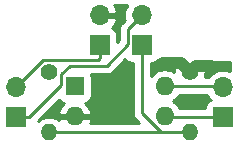
<source format=gbr>
G04 #@! TF.GenerationSoftware,KiCad,Pcbnew,(5.1.4)-1*
G04 #@! TF.CreationDate,2019-10-21T16:34:43-04:00*
G04 #@! TF.ProjectId,relay_ctrl_turbo,72656c61-795f-4637-9472-6c5f74757262,rev?*
G04 #@! TF.SameCoordinates,Original*
G04 #@! TF.FileFunction,Copper,L1,Top*
G04 #@! TF.FilePolarity,Positive*
%FSLAX46Y46*%
G04 Gerber Fmt 4.6, Leading zero omitted, Abs format (unit mm)*
G04 Created by KiCad (PCBNEW (5.1.4)-1) date 2019-10-21 16:34:43*
%MOMM*%
%LPD*%
G04 APERTURE LIST*
%ADD10O,1.700000X1.700000*%
%ADD11R,1.700000X1.700000*%
%ADD12O,1.600000X1.600000*%
%ADD13R,1.600000X1.600000*%
%ADD14O,1.400000X1.400000*%
%ADD15C,1.400000*%
%ADD16C,0.800000*%
%ADD17C,0.250000*%
%ADD18C,1.000000*%
%ADD19C,0.254000*%
G04 APERTURE END LIST*
D10*
X160528000Y-40640000D03*
D11*
X160528000Y-43180000D03*
D12*
X162466000Y-46644000D03*
X154846000Y-49184000D03*
X162466000Y-49184000D03*
D13*
X154846000Y-46644000D03*
D14*
X152654000Y-50546000D03*
D15*
X152654000Y-45466000D03*
D14*
X164592000Y-50546000D03*
D15*
X164592000Y-45466000D03*
D10*
X149860000Y-46736000D03*
D11*
X149860000Y-49276000D03*
D10*
X167386000Y-46736000D03*
D11*
X167386000Y-49276000D03*
D10*
X156972000Y-40640000D03*
D11*
X156972000Y-43180000D03*
D16*
X164592000Y-48006000D03*
X166370000Y-44958000D03*
X162306000Y-44704000D03*
D17*
X156972000Y-44280000D02*
X156972000Y-43180000D01*
X156811001Y-44440999D02*
X156972000Y-44280000D01*
X152155001Y-44440999D02*
X156811001Y-44440999D01*
X149860000Y-46736000D02*
X152155001Y-44440999D01*
X159678001Y-41489999D02*
X160528000Y-40640000D01*
X159352999Y-41815001D02*
X159678001Y-41489999D01*
X159352999Y-43084003D02*
X159352999Y-41815001D01*
X157545993Y-44891009D02*
X159352999Y-43084003D01*
X153720999Y-45583999D02*
X154413989Y-44891009D01*
X154413989Y-44891009D02*
X157545993Y-44891009D01*
X153720999Y-46515001D02*
X153720999Y-45583999D01*
X150960000Y-49276000D02*
X153720999Y-46515001D01*
X149860000Y-49276000D02*
X150960000Y-49276000D01*
X162162998Y-50546000D02*
X152654000Y-50546000D01*
X160528000Y-44280000D02*
X160528000Y-43180000D01*
X160528000Y-48911002D02*
X160528000Y-44280000D01*
X162162998Y-50546000D02*
X160528000Y-48911002D01*
X164592000Y-50546000D02*
X162162998Y-50546000D01*
D18*
X165100000Y-44958000D02*
X164592000Y-45466000D01*
X166370000Y-44958000D02*
X165100000Y-44958000D01*
X163830000Y-44704000D02*
X162306000Y-44704000D01*
X164592000Y-45466000D02*
X163830000Y-44704000D01*
D17*
X162558000Y-49276000D02*
X162466000Y-49184000D01*
X167386000Y-49276000D02*
X162558000Y-49276000D01*
X167294000Y-46644000D02*
X167386000Y-46736000D01*
X162466000Y-46644000D02*
X167294000Y-46644000D01*
D19*
G36*
X159147463Y-44384494D02*
G01*
X159226815Y-44481185D01*
X159323506Y-44560537D01*
X159433820Y-44619502D01*
X159553518Y-44655812D01*
X159678000Y-44668072D01*
X159768001Y-44668072D01*
X159768000Y-48873679D01*
X159764324Y-48911002D01*
X159768000Y-48948324D01*
X159768000Y-48948334D01*
X159778997Y-49059987D01*
X159816615Y-49184000D01*
X159822454Y-49203248D01*
X159893026Y-49335278D01*
X159932871Y-49383828D01*
X159987999Y-49451003D01*
X160017003Y-49474806D01*
X160328197Y-49786000D01*
X156141042Y-49786000D01*
X156197246Y-49667087D01*
X156237904Y-49533039D01*
X156115915Y-49311000D01*
X154973000Y-49311000D01*
X154973000Y-49331000D01*
X154719000Y-49331000D01*
X154719000Y-49311000D01*
X153576085Y-49311000D01*
X153475843Y-49493456D01*
X153399275Y-49430618D01*
X153167354Y-49306653D01*
X152915706Y-49230317D01*
X152719579Y-49211000D01*
X152588421Y-49211000D01*
X152392294Y-49230317D01*
X152140646Y-49306653D01*
X151908725Y-49430618D01*
X151749561Y-49561240D01*
X153514364Y-47796438D01*
X153515463Y-47798494D01*
X153594815Y-47895185D01*
X153691506Y-47974537D01*
X153801820Y-48033502D01*
X153921518Y-48069812D01*
X153946080Y-48072231D01*
X153782481Y-48220586D01*
X153614963Y-48446580D01*
X153494754Y-48700913D01*
X153454096Y-48834961D01*
X153576085Y-49057000D01*
X154719000Y-49057000D01*
X154719000Y-49037000D01*
X154973000Y-49037000D01*
X154973000Y-49057000D01*
X156115915Y-49057000D01*
X156237904Y-48834961D01*
X156197246Y-48700913D01*
X156077037Y-48446580D01*
X155909519Y-48220586D01*
X155745920Y-48072231D01*
X155770482Y-48069812D01*
X155890180Y-48033502D01*
X156000494Y-47974537D01*
X156097185Y-47895185D01*
X156176537Y-47798494D01*
X156235502Y-47688180D01*
X156271812Y-47568482D01*
X156284072Y-47444000D01*
X156284072Y-45844000D01*
X156271812Y-45719518D01*
X156251030Y-45651009D01*
X157508671Y-45651009D01*
X157545993Y-45654685D01*
X157583315Y-45651009D01*
X157583326Y-45651009D01*
X157694979Y-45640012D01*
X157838240Y-45596555D01*
X157970269Y-45525983D01*
X158085994Y-45431010D01*
X158109796Y-45402007D01*
X159140443Y-44371361D01*
X159147463Y-44384494D01*
X159147463Y-44384494D01*
G37*
X159147463Y-44384494D02*
X159226815Y-44481185D01*
X159323506Y-44560537D01*
X159433820Y-44619502D01*
X159553518Y-44655812D01*
X159678000Y-44668072D01*
X159768001Y-44668072D01*
X159768000Y-48873679D01*
X159764324Y-48911002D01*
X159768000Y-48948324D01*
X159768000Y-48948334D01*
X159778997Y-49059987D01*
X159816615Y-49184000D01*
X159822454Y-49203248D01*
X159893026Y-49335278D01*
X159932871Y-49383828D01*
X159987999Y-49451003D01*
X160017003Y-49474806D01*
X160328197Y-49786000D01*
X156141042Y-49786000D01*
X156197246Y-49667087D01*
X156237904Y-49533039D01*
X156115915Y-49311000D01*
X154973000Y-49311000D01*
X154973000Y-49331000D01*
X154719000Y-49331000D01*
X154719000Y-49311000D01*
X153576085Y-49311000D01*
X153475843Y-49493456D01*
X153399275Y-49430618D01*
X153167354Y-49306653D01*
X152915706Y-49230317D01*
X152719579Y-49211000D01*
X152588421Y-49211000D01*
X152392294Y-49230317D01*
X152140646Y-49306653D01*
X151908725Y-49430618D01*
X151749561Y-49561240D01*
X153514364Y-47796438D01*
X153515463Y-47798494D01*
X153594815Y-47895185D01*
X153691506Y-47974537D01*
X153801820Y-48033502D01*
X153921518Y-48069812D01*
X153946080Y-48072231D01*
X153782481Y-48220586D01*
X153614963Y-48446580D01*
X153494754Y-48700913D01*
X153454096Y-48834961D01*
X153576085Y-49057000D01*
X154719000Y-49057000D01*
X154719000Y-49037000D01*
X154973000Y-49037000D01*
X154973000Y-49057000D01*
X156115915Y-49057000D01*
X156237904Y-48834961D01*
X156197246Y-48700913D01*
X156077037Y-48446580D01*
X155909519Y-48220586D01*
X155745920Y-48072231D01*
X155770482Y-48069812D01*
X155890180Y-48033502D01*
X156000494Y-47974537D01*
X156097185Y-47895185D01*
X156176537Y-47798494D01*
X156235502Y-47688180D01*
X156271812Y-47568482D01*
X156284072Y-47444000D01*
X156284072Y-45844000D01*
X156271812Y-45719518D01*
X156251030Y-45651009D01*
X157508671Y-45651009D01*
X157545993Y-45654685D01*
X157583315Y-45651009D01*
X157583326Y-45651009D01*
X157694979Y-45640012D01*
X157838240Y-45596555D01*
X157970269Y-45525983D01*
X158085994Y-45431010D01*
X158109796Y-45402007D01*
X159140443Y-44371361D01*
X159147463Y-44384494D01*
G36*
X166145294Y-47565014D02*
G01*
X166330866Y-47791134D01*
X166360687Y-47815607D01*
X166291820Y-47836498D01*
X166181506Y-47895463D01*
X166084815Y-47974815D01*
X166005463Y-48071506D01*
X165946498Y-48181820D01*
X165910188Y-48301518D01*
X165897928Y-48426000D01*
X165897928Y-48516000D01*
X163736076Y-48516000D01*
X163664932Y-48382899D01*
X163485608Y-48164392D01*
X163267101Y-47985068D01*
X163134142Y-47914000D01*
X163267101Y-47842932D01*
X163485608Y-47663608D01*
X163664932Y-47445101D01*
X163686901Y-47404000D01*
X166059230Y-47404000D01*
X166145294Y-47565014D01*
X166145294Y-47565014D01*
G37*
X166145294Y-47565014D02*
X166330866Y-47791134D01*
X166360687Y-47815607D01*
X166291820Y-47836498D01*
X166181506Y-47895463D01*
X166084815Y-47974815D01*
X166005463Y-48071506D01*
X165946498Y-48181820D01*
X165910188Y-48301518D01*
X165897928Y-48426000D01*
X165897928Y-48516000D01*
X163736076Y-48516000D01*
X163664932Y-48382899D01*
X163485608Y-48164392D01*
X163267101Y-47985068D01*
X163134142Y-47914000D01*
X163267101Y-47842932D01*
X163485608Y-47663608D01*
X163664932Y-47445101D01*
X163686901Y-47404000D01*
X166059230Y-47404000D01*
X166145294Y-47565014D01*
G36*
X167996000Y-45378229D02*
G01*
X167957034Y-45357401D01*
X167677111Y-45272487D01*
X167458950Y-45251000D01*
X167313050Y-45251000D01*
X167094889Y-45272487D01*
X166814966Y-45357401D01*
X166556986Y-45495294D01*
X166330866Y-45680866D01*
X166164158Y-45884000D01*
X165864210Y-45884000D01*
X165920183Y-45654260D01*
X165931390Y-45391527D01*
X165891125Y-45131656D01*
X165800935Y-44884634D01*
X165747037Y-44783797D01*
X165513271Y-44724337D01*
X165629925Y-44607683D01*
X165624242Y-44602000D01*
X167996000Y-44602000D01*
X167996000Y-45378229D01*
X167996000Y-45378229D01*
G37*
X167996000Y-45378229D02*
X167957034Y-45357401D01*
X167677111Y-45272487D01*
X167458950Y-45251000D01*
X167313050Y-45251000D01*
X167094889Y-45272487D01*
X166814966Y-45357401D01*
X166556986Y-45495294D01*
X166330866Y-45680866D01*
X166164158Y-45884000D01*
X165864210Y-45884000D01*
X165920183Y-45654260D01*
X165931390Y-45391527D01*
X165891125Y-45131656D01*
X165800935Y-44884634D01*
X165747037Y-44783797D01*
X165513271Y-44724337D01*
X165629925Y-44607683D01*
X165624242Y-44602000D01*
X167996000Y-44602000D01*
X167996000Y-45378229D01*
G36*
X161937550Y-44493425D02*
G01*
X162052207Y-44554710D01*
X162176617Y-44592450D01*
X162273581Y-44602000D01*
X162306000Y-44605193D01*
X162338419Y-44602000D01*
X163559758Y-44602000D01*
X163554075Y-44607683D01*
X163670729Y-44724337D01*
X163436963Y-44783797D01*
X163326066Y-45022242D01*
X163263817Y-45277740D01*
X163256912Y-45439622D01*
X163017808Y-45311818D01*
X162747309Y-45229764D01*
X162536492Y-45209000D01*
X162395508Y-45209000D01*
X162184691Y-45229764D01*
X161914192Y-45311818D01*
X161664899Y-45445068D01*
X161446392Y-45624392D01*
X161288000Y-45817393D01*
X161288000Y-44668072D01*
X161378000Y-44668072D01*
X161502482Y-44655812D01*
X161622180Y-44619502D01*
X161732494Y-44560537D01*
X161829185Y-44481185D01*
X161866795Y-44435357D01*
X161937550Y-44493425D01*
X161937550Y-44493425D01*
G37*
X161937550Y-44493425D02*
X162052207Y-44554710D01*
X162176617Y-44592450D01*
X162273581Y-44602000D01*
X162306000Y-44605193D01*
X162338419Y-44602000D01*
X163559758Y-44602000D01*
X163554075Y-44607683D01*
X163670729Y-44724337D01*
X163436963Y-44783797D01*
X163326066Y-45022242D01*
X163263817Y-45277740D01*
X163256912Y-45439622D01*
X163017808Y-45311818D01*
X162747309Y-45229764D01*
X162536492Y-45209000D01*
X162395508Y-45209000D01*
X162184691Y-45229764D01*
X161914192Y-45311818D01*
X161664899Y-45445068D01*
X161446392Y-45624392D01*
X161288000Y-45817393D01*
X161288000Y-44668072D01*
X161378000Y-44668072D01*
X161502482Y-44655812D01*
X161622180Y-44619502D01*
X161732494Y-44560537D01*
X161829185Y-44481185D01*
X161866795Y-44435357D01*
X161937550Y-44493425D01*
G36*
X164785748Y-45451858D02*
G01*
X164771605Y-45466000D01*
X164785748Y-45480143D01*
X164606143Y-45659748D01*
X164592000Y-45645605D01*
X164577858Y-45659748D01*
X164398253Y-45480143D01*
X164412395Y-45466000D01*
X164398253Y-45451858D01*
X164577858Y-45272253D01*
X164592000Y-45286395D01*
X164606143Y-45272253D01*
X164785748Y-45451858D01*
X164785748Y-45451858D01*
G37*
X164785748Y-45451858D02*
X164771605Y-45466000D01*
X164785748Y-45480143D01*
X164606143Y-45659748D01*
X164592000Y-45645605D01*
X164577858Y-45659748D01*
X164398253Y-45480143D01*
X164412395Y-45466000D01*
X164398253Y-45451858D01*
X164577858Y-45272253D01*
X164592000Y-45286395D01*
X164606143Y-45272253D01*
X164785748Y-45451858D01*
G36*
X159287294Y-39810986D02*
G01*
X159149401Y-40068966D01*
X159064487Y-40348889D01*
X159035815Y-40640000D01*
X159064487Y-40931111D01*
X159087203Y-41005996D01*
X158841997Y-41251202D01*
X158812999Y-41275000D01*
X158789201Y-41303998D01*
X158789200Y-41303999D01*
X158718025Y-41390725D01*
X158647453Y-41522755D01*
X158603997Y-41666016D01*
X158589323Y-41815001D01*
X158593000Y-41852333D01*
X158592999Y-42769200D01*
X158460072Y-42902127D01*
X158460072Y-42330000D01*
X158447812Y-42205518D01*
X158411502Y-42085820D01*
X158352537Y-41975506D01*
X158273185Y-41878815D01*
X158176494Y-41799463D01*
X158066180Y-41740498D01*
X157985534Y-41716034D01*
X158069588Y-41640269D01*
X158243641Y-41406920D01*
X158368825Y-41144099D01*
X158413476Y-40996890D01*
X158292155Y-40767000D01*
X157099000Y-40767000D01*
X157099000Y-40787000D01*
X156845000Y-40787000D01*
X156845000Y-40767000D01*
X156825000Y-40767000D01*
X156825000Y-40513000D01*
X156845000Y-40513000D01*
X156845000Y-40493000D01*
X157099000Y-40493000D01*
X157099000Y-40513000D01*
X158292155Y-40513000D01*
X158413476Y-40283110D01*
X158368825Y-40135901D01*
X158243641Y-39873080D01*
X158171230Y-39776000D01*
X159316006Y-39776000D01*
X159287294Y-39810986D01*
X159287294Y-39810986D01*
G37*
X159287294Y-39810986D02*
X159149401Y-40068966D01*
X159064487Y-40348889D01*
X159035815Y-40640000D01*
X159064487Y-40931111D01*
X159087203Y-41005996D01*
X158841997Y-41251202D01*
X158812999Y-41275000D01*
X158789201Y-41303998D01*
X158789200Y-41303999D01*
X158718025Y-41390725D01*
X158647453Y-41522755D01*
X158603997Y-41666016D01*
X158589323Y-41815001D01*
X158593000Y-41852333D01*
X158592999Y-42769200D01*
X158460072Y-42902127D01*
X158460072Y-42330000D01*
X158447812Y-42205518D01*
X158411502Y-42085820D01*
X158352537Y-41975506D01*
X158273185Y-41878815D01*
X158176494Y-41799463D01*
X158066180Y-41740498D01*
X157985534Y-41716034D01*
X158069588Y-41640269D01*
X158243641Y-41406920D01*
X158368825Y-41144099D01*
X158413476Y-40996890D01*
X158292155Y-40767000D01*
X157099000Y-40767000D01*
X157099000Y-40787000D01*
X156845000Y-40787000D01*
X156845000Y-40767000D01*
X156825000Y-40767000D01*
X156825000Y-40513000D01*
X156845000Y-40513000D01*
X156845000Y-40493000D01*
X157099000Y-40493000D01*
X157099000Y-40513000D01*
X158292155Y-40513000D01*
X158413476Y-40283110D01*
X158368825Y-40135901D01*
X158243641Y-39873080D01*
X158171230Y-39776000D01*
X159316006Y-39776000D01*
X159287294Y-39810986D01*
M02*

</source>
